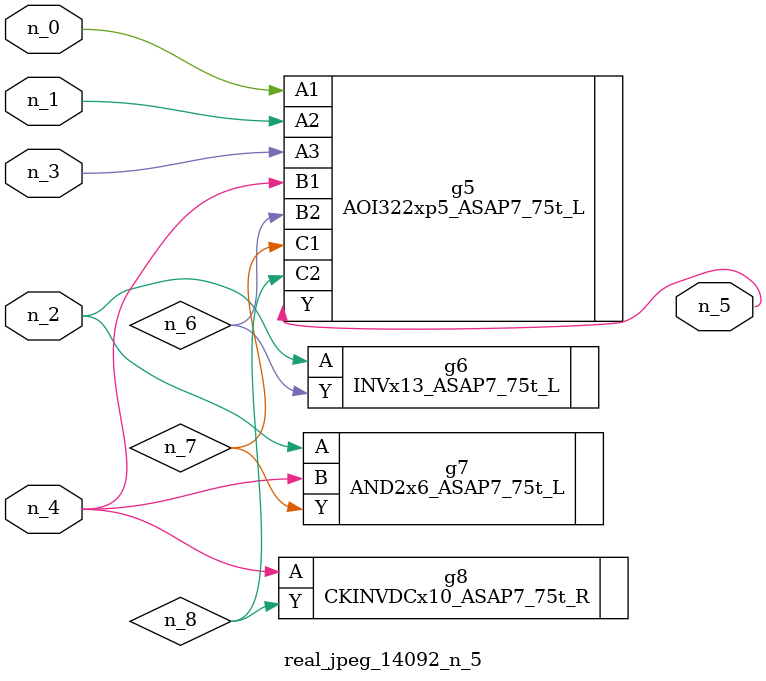
<source format=v>
module real_jpeg_14092_n_5 (n_4, n_0, n_1, n_2, n_3, n_5);

input n_4;
input n_0;
input n_1;
input n_2;
input n_3;

output n_5;

wire n_8;
wire n_6;
wire n_7;

AOI322xp5_ASAP7_75t_L g5 ( 
.A1(n_0),
.A2(n_1),
.A3(n_3),
.B1(n_4),
.B2(n_6),
.C1(n_7),
.C2(n_8),
.Y(n_5)
);

INVx13_ASAP7_75t_L g6 ( 
.A(n_2),
.Y(n_6)
);

AND2x6_ASAP7_75t_L g7 ( 
.A(n_2),
.B(n_4),
.Y(n_7)
);

CKINVDCx10_ASAP7_75t_R g8 ( 
.A(n_4),
.Y(n_8)
);


endmodule
</source>
